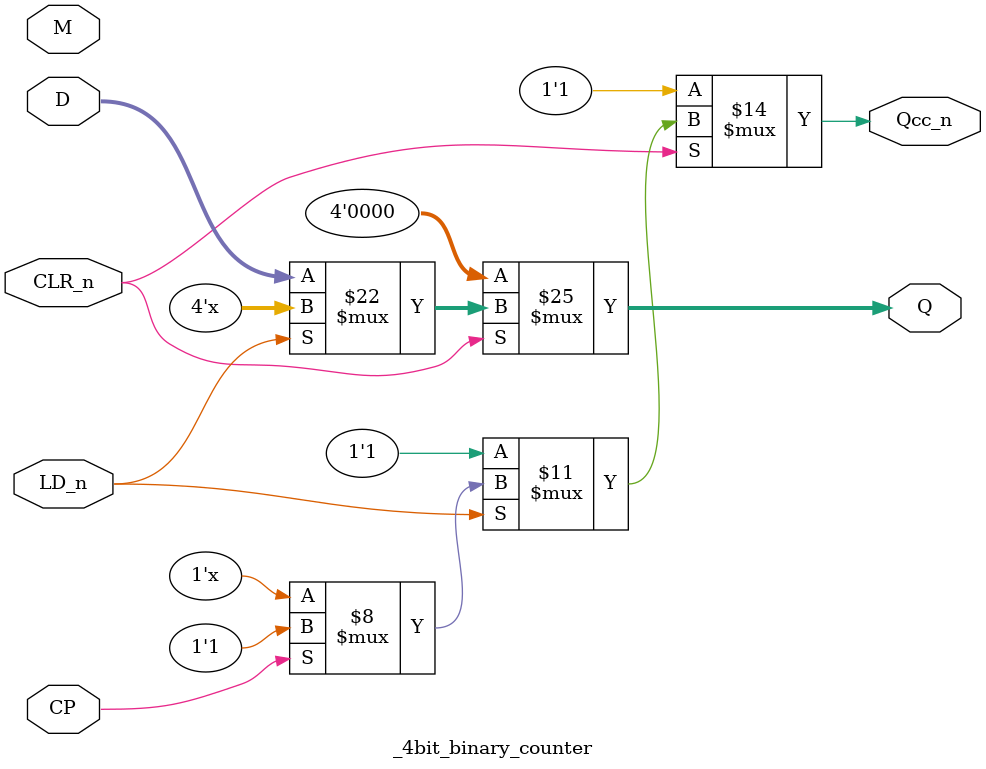
<source format=v>
`timescale 1ns / 1ps


module _4bit_binary_counter(
    input CP,
    input M,
    input [3:0] D,
    input LD_n,
    input CLR_n,
    output reg [3:0] Q,
    output reg  Qcc_n
    );
    
    always @(CLR_n or LD_n or CP or D) begin
        if (!CLR_n) begin
            {Qcc_n, Q} <= 5'b10000;
        end
        else if (!LD_n) begin
            {Qcc_n, Q} <= {1'b1, D};
        end
        else if(CP) begin
            if (M) begin
                {Qcc_n, Q} <= {Qcc_n,Q} + 1;
                #10 Qcc_n <= 1;
            end
            else begin
                {Qcc_n, Q} <= {Qcc_n,Q} - 1;
                #10 Qcc_n <= 1;
            end
        end
    end
endmodule

</source>
